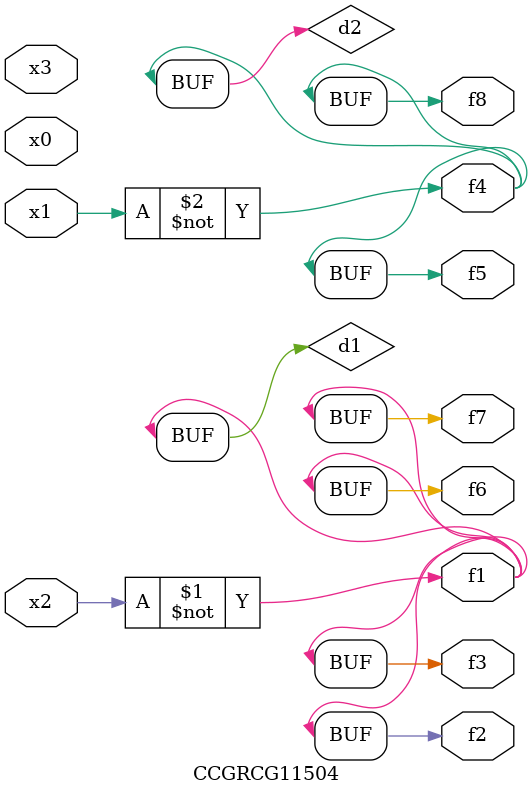
<source format=v>
module CCGRCG11504(
	input x0, x1, x2, x3,
	output f1, f2, f3, f4, f5, f6, f7, f8
);

	wire d1, d2;

	xnor (d1, x2);
	not (d2, x1);
	assign f1 = d1;
	assign f2 = d1;
	assign f3 = d1;
	assign f4 = d2;
	assign f5 = d2;
	assign f6 = d1;
	assign f7 = d1;
	assign f8 = d2;
endmodule

</source>
